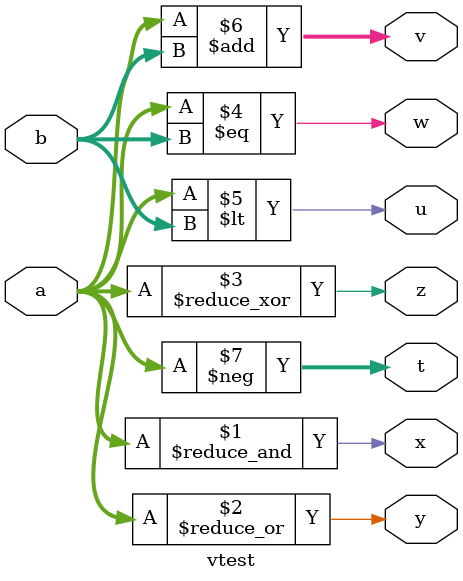
<source format=v>
module vtest(input [7:0] a, b,
             output x, y, z,
             output w, u,
             output [7:0] v,
             output [7:0] t);
  wire [7:0] a;
  wire [7:0] b;

  wire x = &a;
  wire y = |a;
  wire z = ^a;

  wire w = a == b;
  wire u = a < b;
  wire [7:0] v = a + b;
  
  wire [7:0] t = - a;

endmodule


</source>
